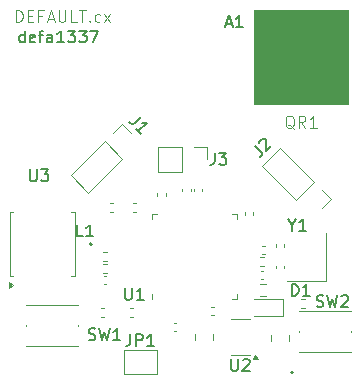
<source format=gbr>
%TF.GenerationSoftware,KiCad,Pcbnew,8.0.5*%
%TF.CreationDate,2024-10-28T11:27:34-07:00*%
%TF.ProjectId,card,63617264-2e6b-4696-9361-645f70636258,rev?*%
%TF.SameCoordinates,Original*%
%TF.FileFunction,Legend,Top*%
%TF.FilePolarity,Positive*%
%FSLAX46Y46*%
G04 Gerber Fmt 4.6, Leading zero omitted, Abs format (unit mm)*
G04 Created by KiCad (PCBNEW 8.0.5) date 2024-10-28 11:27:34*
%MOMM*%
%LPD*%
G01*
G04 APERTURE LIST*
%ADD10C,0.150000*%
%ADD11C,0.100000*%
%ADD12C,0.120000*%
%ADD13C,0.200000*%
%ADD14C,0.191421*%
G04 APERTURE END LIST*
D10*
X86592856Y-101754819D02*
X86592856Y-100754819D01*
X86592856Y-101707200D02*
X86497618Y-101754819D01*
X86497618Y-101754819D02*
X86307142Y-101754819D01*
X86307142Y-101754819D02*
X86211904Y-101707200D01*
X86211904Y-101707200D02*
X86164285Y-101659580D01*
X86164285Y-101659580D02*
X86116666Y-101564342D01*
X86116666Y-101564342D02*
X86116666Y-101278628D01*
X86116666Y-101278628D02*
X86164285Y-101183390D01*
X86164285Y-101183390D02*
X86211904Y-101135771D01*
X86211904Y-101135771D02*
X86307142Y-101088152D01*
X86307142Y-101088152D02*
X86497618Y-101088152D01*
X86497618Y-101088152D02*
X86592856Y-101135771D01*
X87449999Y-101707200D02*
X87354761Y-101754819D01*
X87354761Y-101754819D02*
X87164285Y-101754819D01*
X87164285Y-101754819D02*
X87069047Y-101707200D01*
X87069047Y-101707200D02*
X87021428Y-101611961D01*
X87021428Y-101611961D02*
X87021428Y-101231009D01*
X87021428Y-101231009D02*
X87069047Y-101135771D01*
X87069047Y-101135771D02*
X87164285Y-101088152D01*
X87164285Y-101088152D02*
X87354761Y-101088152D01*
X87354761Y-101088152D02*
X87449999Y-101135771D01*
X87449999Y-101135771D02*
X87497618Y-101231009D01*
X87497618Y-101231009D02*
X87497618Y-101326247D01*
X87497618Y-101326247D02*
X87021428Y-101421485D01*
X87783333Y-101088152D02*
X88164285Y-101088152D01*
X87926190Y-101754819D02*
X87926190Y-100897676D01*
X87926190Y-100897676D02*
X87973809Y-100802438D01*
X87973809Y-100802438D02*
X88069047Y-100754819D01*
X88069047Y-100754819D02*
X88164285Y-100754819D01*
X88926190Y-101754819D02*
X88926190Y-101231009D01*
X88926190Y-101231009D02*
X88878571Y-101135771D01*
X88878571Y-101135771D02*
X88783333Y-101088152D01*
X88783333Y-101088152D02*
X88592857Y-101088152D01*
X88592857Y-101088152D02*
X88497619Y-101135771D01*
X88926190Y-101707200D02*
X88830952Y-101754819D01*
X88830952Y-101754819D02*
X88592857Y-101754819D01*
X88592857Y-101754819D02*
X88497619Y-101707200D01*
X88497619Y-101707200D02*
X88450000Y-101611961D01*
X88450000Y-101611961D02*
X88450000Y-101516723D01*
X88450000Y-101516723D02*
X88497619Y-101421485D01*
X88497619Y-101421485D02*
X88592857Y-101373866D01*
X88592857Y-101373866D02*
X88830952Y-101373866D01*
X88830952Y-101373866D02*
X88926190Y-101326247D01*
X89926190Y-101754819D02*
X89354762Y-101754819D01*
X89640476Y-101754819D02*
X89640476Y-100754819D01*
X89640476Y-100754819D02*
X89545238Y-100897676D01*
X89545238Y-100897676D02*
X89450000Y-100992914D01*
X89450000Y-100992914D02*
X89354762Y-101040533D01*
X90259524Y-100754819D02*
X90878571Y-100754819D01*
X90878571Y-100754819D02*
X90545238Y-101135771D01*
X90545238Y-101135771D02*
X90688095Y-101135771D01*
X90688095Y-101135771D02*
X90783333Y-101183390D01*
X90783333Y-101183390D02*
X90830952Y-101231009D01*
X90830952Y-101231009D02*
X90878571Y-101326247D01*
X90878571Y-101326247D02*
X90878571Y-101564342D01*
X90878571Y-101564342D02*
X90830952Y-101659580D01*
X90830952Y-101659580D02*
X90783333Y-101707200D01*
X90783333Y-101707200D02*
X90688095Y-101754819D01*
X90688095Y-101754819D02*
X90402381Y-101754819D01*
X90402381Y-101754819D02*
X90307143Y-101707200D01*
X90307143Y-101707200D02*
X90259524Y-101659580D01*
X91211905Y-100754819D02*
X91830952Y-100754819D01*
X91830952Y-100754819D02*
X91497619Y-101135771D01*
X91497619Y-101135771D02*
X91640476Y-101135771D01*
X91640476Y-101135771D02*
X91735714Y-101183390D01*
X91735714Y-101183390D02*
X91783333Y-101231009D01*
X91783333Y-101231009D02*
X91830952Y-101326247D01*
X91830952Y-101326247D02*
X91830952Y-101564342D01*
X91830952Y-101564342D02*
X91783333Y-101659580D01*
X91783333Y-101659580D02*
X91735714Y-101707200D01*
X91735714Y-101707200D02*
X91640476Y-101754819D01*
X91640476Y-101754819D02*
X91354762Y-101754819D01*
X91354762Y-101754819D02*
X91259524Y-101707200D01*
X91259524Y-101707200D02*
X91211905Y-101659580D01*
X92164286Y-100754819D02*
X92830952Y-100754819D01*
X92830952Y-100754819D02*
X92402381Y-101754819D01*
X109211905Y-123204819D02*
X109211905Y-122204819D01*
X109211905Y-122204819D02*
X109450000Y-122204819D01*
X109450000Y-122204819D02*
X109592857Y-122252438D01*
X109592857Y-122252438D02*
X109688095Y-122347676D01*
X109688095Y-122347676D02*
X109735714Y-122442914D01*
X109735714Y-122442914D02*
X109783333Y-122633390D01*
X109783333Y-122633390D02*
X109783333Y-122776247D01*
X109783333Y-122776247D02*
X109735714Y-122966723D01*
X109735714Y-122966723D02*
X109688095Y-123061961D01*
X109688095Y-123061961D02*
X109592857Y-123157200D01*
X109592857Y-123157200D02*
X109450000Y-123204819D01*
X109450000Y-123204819D02*
X109211905Y-123204819D01*
X110735714Y-123204819D02*
X110164286Y-123204819D01*
X110450000Y-123204819D02*
X110450000Y-122204819D01*
X110450000Y-122204819D02*
X110354762Y-122347676D01*
X110354762Y-122347676D02*
X110259524Y-122442914D01*
X110259524Y-122442914D02*
X110164286Y-122490533D01*
X106078796Y-110500201D02*
X106583872Y-111005277D01*
X106583872Y-111005277D02*
X106651216Y-111139964D01*
X106651216Y-111139964D02*
X106651216Y-111274651D01*
X106651216Y-111274651D02*
X106583872Y-111409338D01*
X106583872Y-111409338D02*
X106516529Y-111476682D01*
X106449185Y-110264498D02*
X106449185Y-110197155D01*
X106449185Y-110197155D02*
X106482857Y-110096140D01*
X106482857Y-110096140D02*
X106651216Y-109927781D01*
X106651216Y-109927781D02*
X106752231Y-109894109D01*
X106752231Y-109894109D02*
X106819575Y-109894109D01*
X106819575Y-109894109D02*
X106920590Y-109927781D01*
X106920590Y-109927781D02*
X106987933Y-109995124D01*
X106987933Y-109995124D02*
X107055277Y-110129811D01*
X107055277Y-110129811D02*
X107055277Y-110937933D01*
X107055277Y-110937933D02*
X107493010Y-110500201D01*
X104075595Y-128554819D02*
X104075595Y-129364342D01*
X104075595Y-129364342D02*
X104123214Y-129459580D01*
X104123214Y-129459580D02*
X104170833Y-129507200D01*
X104170833Y-129507200D02*
X104266071Y-129554819D01*
X104266071Y-129554819D02*
X104456547Y-129554819D01*
X104456547Y-129554819D02*
X104551785Y-129507200D01*
X104551785Y-129507200D02*
X104599404Y-129459580D01*
X104599404Y-129459580D02*
X104647023Y-129364342D01*
X104647023Y-129364342D02*
X104647023Y-128554819D01*
X105075595Y-128650057D02*
X105123214Y-128602438D01*
X105123214Y-128602438D02*
X105218452Y-128554819D01*
X105218452Y-128554819D02*
X105456547Y-128554819D01*
X105456547Y-128554819D02*
X105551785Y-128602438D01*
X105551785Y-128602438D02*
X105599404Y-128650057D01*
X105599404Y-128650057D02*
X105647023Y-128745295D01*
X105647023Y-128745295D02*
X105647023Y-128840533D01*
X105647023Y-128840533D02*
X105599404Y-128983390D01*
X105599404Y-128983390D02*
X105027976Y-129554819D01*
X105027976Y-129554819D02*
X105647023Y-129554819D01*
X109223809Y-117228628D02*
X109223809Y-117704819D01*
X108890476Y-116704819D02*
X109223809Y-117228628D01*
X109223809Y-117228628D02*
X109557142Y-116704819D01*
X110414285Y-117704819D02*
X109842857Y-117704819D01*
X110128571Y-117704819D02*
X110128571Y-116704819D01*
X110128571Y-116704819D02*
X110033333Y-116847676D01*
X110033333Y-116847676D02*
X109938095Y-116942914D01*
X109938095Y-116942914D02*
X109842857Y-116990533D01*
X102676666Y-111104819D02*
X102676666Y-111819104D01*
X102676666Y-111819104D02*
X102629047Y-111961961D01*
X102629047Y-111961961D02*
X102533809Y-112057200D01*
X102533809Y-112057200D02*
X102390952Y-112104819D01*
X102390952Y-112104819D02*
X102295714Y-112104819D01*
X103057619Y-111104819D02*
X103676666Y-111104819D01*
X103676666Y-111104819D02*
X103343333Y-111485771D01*
X103343333Y-111485771D02*
X103486190Y-111485771D01*
X103486190Y-111485771D02*
X103581428Y-111533390D01*
X103581428Y-111533390D02*
X103629047Y-111581009D01*
X103629047Y-111581009D02*
X103676666Y-111676247D01*
X103676666Y-111676247D02*
X103676666Y-111914342D01*
X103676666Y-111914342D02*
X103629047Y-112009580D01*
X103629047Y-112009580D02*
X103581428Y-112057200D01*
X103581428Y-112057200D02*
X103486190Y-112104819D01*
X103486190Y-112104819D02*
X103200476Y-112104819D01*
X103200476Y-112104819D02*
X103105238Y-112057200D01*
X103105238Y-112057200D02*
X103057619Y-112009580D01*
X103635714Y-100169104D02*
X104111904Y-100169104D01*
X103540476Y-100454819D02*
X103873809Y-99454819D01*
X103873809Y-99454819D02*
X104207142Y-100454819D01*
X105064285Y-100454819D02*
X104492857Y-100454819D01*
X104778571Y-100454819D02*
X104778571Y-99454819D01*
X104778571Y-99454819D02*
X104683333Y-99597676D01*
X104683333Y-99597676D02*
X104588095Y-99692914D01*
X104588095Y-99692914D02*
X104492857Y-99740533D01*
D11*
X85853884Y-100022419D02*
X85853884Y-99022419D01*
X85853884Y-99022419D02*
X86091979Y-99022419D01*
X86091979Y-99022419D02*
X86234836Y-99070038D01*
X86234836Y-99070038D02*
X86330074Y-99165276D01*
X86330074Y-99165276D02*
X86377693Y-99260514D01*
X86377693Y-99260514D02*
X86425312Y-99450990D01*
X86425312Y-99450990D02*
X86425312Y-99593847D01*
X86425312Y-99593847D02*
X86377693Y-99784323D01*
X86377693Y-99784323D02*
X86330074Y-99879561D01*
X86330074Y-99879561D02*
X86234836Y-99974800D01*
X86234836Y-99974800D02*
X86091979Y-100022419D01*
X86091979Y-100022419D02*
X85853884Y-100022419D01*
X86853884Y-99498609D02*
X87187217Y-99498609D01*
X87330074Y-100022419D02*
X86853884Y-100022419D01*
X86853884Y-100022419D02*
X86853884Y-99022419D01*
X86853884Y-99022419D02*
X87330074Y-99022419D01*
X88091979Y-99498609D02*
X87758646Y-99498609D01*
X87758646Y-100022419D02*
X87758646Y-99022419D01*
X87758646Y-99022419D02*
X88234836Y-99022419D01*
X88568170Y-99736704D02*
X89044360Y-99736704D01*
X88472932Y-100022419D02*
X88806265Y-99022419D01*
X88806265Y-99022419D02*
X89139598Y-100022419D01*
X89472932Y-99022419D02*
X89472932Y-99831942D01*
X89472932Y-99831942D02*
X89520551Y-99927180D01*
X89520551Y-99927180D02*
X89568170Y-99974800D01*
X89568170Y-99974800D02*
X89663408Y-100022419D01*
X89663408Y-100022419D02*
X89853884Y-100022419D01*
X89853884Y-100022419D02*
X89949122Y-99974800D01*
X89949122Y-99974800D02*
X89996741Y-99927180D01*
X89996741Y-99927180D02*
X90044360Y-99831942D01*
X90044360Y-99831942D02*
X90044360Y-99022419D01*
X90996741Y-100022419D02*
X90520551Y-100022419D01*
X90520551Y-100022419D02*
X90520551Y-99022419D01*
X91187218Y-99022419D02*
X91758646Y-99022419D01*
X91472932Y-100022419D02*
X91472932Y-99022419D01*
X92091980Y-99927180D02*
X92139599Y-99974800D01*
X92139599Y-99974800D02*
X92091980Y-100022419D01*
X92091980Y-100022419D02*
X92044361Y-99974800D01*
X92044361Y-99974800D02*
X92091980Y-99927180D01*
X92091980Y-99927180D02*
X92091980Y-100022419D01*
X92996741Y-99974800D02*
X92901503Y-100022419D01*
X92901503Y-100022419D02*
X92711027Y-100022419D01*
X92711027Y-100022419D02*
X92615789Y-99974800D01*
X92615789Y-99974800D02*
X92568170Y-99927180D01*
X92568170Y-99927180D02*
X92520551Y-99831942D01*
X92520551Y-99831942D02*
X92520551Y-99546228D01*
X92520551Y-99546228D02*
X92568170Y-99450990D01*
X92568170Y-99450990D02*
X92615789Y-99403371D01*
X92615789Y-99403371D02*
X92711027Y-99355752D01*
X92711027Y-99355752D02*
X92901503Y-99355752D01*
X92901503Y-99355752D02*
X92996741Y-99403371D01*
X93330075Y-100022419D02*
X93853884Y-99355752D01*
X93330075Y-99355752D02*
X93853884Y-100022419D01*
D10*
X95088095Y-122554819D02*
X95088095Y-123364342D01*
X95088095Y-123364342D02*
X95135714Y-123459580D01*
X95135714Y-123459580D02*
X95183333Y-123507200D01*
X95183333Y-123507200D02*
X95278571Y-123554819D01*
X95278571Y-123554819D02*
X95469047Y-123554819D01*
X95469047Y-123554819D02*
X95564285Y-123507200D01*
X95564285Y-123507200D02*
X95611904Y-123459580D01*
X95611904Y-123459580D02*
X95659523Y-123364342D01*
X95659523Y-123364342D02*
X95659523Y-122554819D01*
X96659523Y-123554819D02*
X96088095Y-123554819D01*
X96373809Y-123554819D02*
X96373809Y-122554819D01*
X96373809Y-122554819D02*
X96278571Y-122697676D01*
X96278571Y-122697676D02*
X96183333Y-122792914D01*
X96183333Y-122792914D02*
X96088095Y-122840533D01*
D11*
X109404761Y-109052657D02*
X109309523Y-109005038D01*
X109309523Y-109005038D02*
X109214285Y-108909800D01*
X109214285Y-108909800D02*
X109071428Y-108766942D01*
X109071428Y-108766942D02*
X108976190Y-108719323D01*
X108976190Y-108719323D02*
X108880952Y-108719323D01*
X108928571Y-108957419D02*
X108833333Y-108909800D01*
X108833333Y-108909800D02*
X108738095Y-108814561D01*
X108738095Y-108814561D02*
X108690476Y-108624085D01*
X108690476Y-108624085D02*
X108690476Y-108290752D01*
X108690476Y-108290752D02*
X108738095Y-108100276D01*
X108738095Y-108100276D02*
X108833333Y-108005038D01*
X108833333Y-108005038D02*
X108928571Y-107957419D01*
X108928571Y-107957419D02*
X109119047Y-107957419D01*
X109119047Y-107957419D02*
X109214285Y-108005038D01*
X109214285Y-108005038D02*
X109309523Y-108100276D01*
X109309523Y-108100276D02*
X109357142Y-108290752D01*
X109357142Y-108290752D02*
X109357142Y-108624085D01*
X109357142Y-108624085D02*
X109309523Y-108814561D01*
X109309523Y-108814561D02*
X109214285Y-108909800D01*
X109214285Y-108909800D02*
X109119047Y-108957419D01*
X109119047Y-108957419D02*
X108928571Y-108957419D01*
X110357142Y-108957419D02*
X110023809Y-108481228D01*
X109785714Y-108957419D02*
X109785714Y-107957419D01*
X109785714Y-107957419D02*
X110166666Y-107957419D01*
X110166666Y-107957419D02*
X110261904Y-108005038D01*
X110261904Y-108005038D02*
X110309523Y-108052657D01*
X110309523Y-108052657D02*
X110357142Y-108147895D01*
X110357142Y-108147895D02*
X110357142Y-108290752D01*
X110357142Y-108290752D02*
X110309523Y-108385990D01*
X110309523Y-108385990D02*
X110261904Y-108433609D01*
X110261904Y-108433609D02*
X110166666Y-108481228D01*
X110166666Y-108481228D02*
X109785714Y-108481228D01*
X111309523Y-108957419D02*
X110738095Y-108957419D01*
X111023809Y-108957419D02*
X111023809Y-107957419D01*
X111023809Y-107957419D02*
X110928571Y-108100276D01*
X110928571Y-108100276D02*
X110833333Y-108195514D01*
X110833333Y-108195514D02*
X110738095Y-108243133D01*
D10*
X111316667Y-124107200D02*
X111459524Y-124154819D01*
X111459524Y-124154819D02*
X111697619Y-124154819D01*
X111697619Y-124154819D02*
X111792857Y-124107200D01*
X111792857Y-124107200D02*
X111840476Y-124059580D01*
X111840476Y-124059580D02*
X111888095Y-123964342D01*
X111888095Y-123964342D02*
X111888095Y-123869104D01*
X111888095Y-123869104D02*
X111840476Y-123773866D01*
X111840476Y-123773866D02*
X111792857Y-123726247D01*
X111792857Y-123726247D02*
X111697619Y-123678628D01*
X111697619Y-123678628D02*
X111507143Y-123631009D01*
X111507143Y-123631009D02*
X111411905Y-123583390D01*
X111411905Y-123583390D02*
X111364286Y-123535771D01*
X111364286Y-123535771D02*
X111316667Y-123440533D01*
X111316667Y-123440533D02*
X111316667Y-123345295D01*
X111316667Y-123345295D02*
X111364286Y-123250057D01*
X111364286Y-123250057D02*
X111411905Y-123202438D01*
X111411905Y-123202438D02*
X111507143Y-123154819D01*
X111507143Y-123154819D02*
X111745238Y-123154819D01*
X111745238Y-123154819D02*
X111888095Y-123202438D01*
X112221429Y-123154819D02*
X112459524Y-124154819D01*
X112459524Y-124154819D02*
X112650000Y-123440533D01*
X112650000Y-123440533D02*
X112840476Y-124154819D01*
X112840476Y-124154819D02*
X113078572Y-123154819D01*
X113411905Y-123250057D02*
X113459524Y-123202438D01*
X113459524Y-123202438D02*
X113554762Y-123154819D01*
X113554762Y-123154819D02*
X113792857Y-123154819D01*
X113792857Y-123154819D02*
X113888095Y-123202438D01*
X113888095Y-123202438D02*
X113935714Y-123250057D01*
X113935714Y-123250057D02*
X113983333Y-123345295D01*
X113983333Y-123345295D02*
X113983333Y-123440533D01*
X113983333Y-123440533D02*
X113935714Y-123583390D01*
X113935714Y-123583390D02*
X113364286Y-124154819D01*
X113364286Y-124154819D02*
X113983333Y-124154819D01*
X95541666Y-126454819D02*
X95541666Y-127169104D01*
X95541666Y-127169104D02*
X95494047Y-127311961D01*
X95494047Y-127311961D02*
X95398809Y-127407200D01*
X95398809Y-127407200D02*
X95255952Y-127454819D01*
X95255952Y-127454819D02*
X95160714Y-127454819D01*
X96017857Y-127454819D02*
X96017857Y-126454819D01*
X96017857Y-126454819D02*
X96398809Y-126454819D01*
X96398809Y-126454819D02*
X96494047Y-126502438D01*
X96494047Y-126502438D02*
X96541666Y-126550057D01*
X96541666Y-126550057D02*
X96589285Y-126645295D01*
X96589285Y-126645295D02*
X96589285Y-126788152D01*
X96589285Y-126788152D02*
X96541666Y-126883390D01*
X96541666Y-126883390D02*
X96494047Y-126931009D01*
X96494047Y-126931009D02*
X96398809Y-126978628D01*
X96398809Y-126978628D02*
X96017857Y-126978628D01*
X97541666Y-127454819D02*
X96970238Y-127454819D01*
X97255952Y-127454819D02*
X97255952Y-126454819D01*
X97255952Y-126454819D02*
X97160714Y-126597676D01*
X97160714Y-126597676D02*
X97065476Y-126692914D01*
X97065476Y-126692914D02*
X96970238Y-126740533D01*
X87038095Y-112504819D02*
X87038095Y-113314342D01*
X87038095Y-113314342D02*
X87085714Y-113409580D01*
X87085714Y-113409580D02*
X87133333Y-113457200D01*
X87133333Y-113457200D02*
X87228571Y-113504819D01*
X87228571Y-113504819D02*
X87419047Y-113504819D01*
X87419047Y-113504819D02*
X87514285Y-113457200D01*
X87514285Y-113457200D02*
X87561904Y-113409580D01*
X87561904Y-113409580D02*
X87609523Y-113314342D01*
X87609523Y-113314342D02*
X87609523Y-112504819D01*
X87990476Y-112504819D02*
X88609523Y-112504819D01*
X88609523Y-112504819D02*
X88276190Y-112885771D01*
X88276190Y-112885771D02*
X88419047Y-112885771D01*
X88419047Y-112885771D02*
X88514285Y-112933390D01*
X88514285Y-112933390D02*
X88561904Y-112981009D01*
X88561904Y-112981009D02*
X88609523Y-113076247D01*
X88609523Y-113076247D02*
X88609523Y-113314342D01*
X88609523Y-113314342D02*
X88561904Y-113409580D01*
X88561904Y-113409580D02*
X88514285Y-113457200D01*
X88514285Y-113457200D02*
X88419047Y-113504819D01*
X88419047Y-113504819D02*
X88133333Y-113504819D01*
X88133333Y-113504819D02*
X88038095Y-113457200D01*
X88038095Y-113457200D02*
X87990476Y-113409580D01*
X92016667Y-126907200D02*
X92159524Y-126954819D01*
X92159524Y-126954819D02*
X92397619Y-126954819D01*
X92397619Y-126954819D02*
X92492857Y-126907200D01*
X92492857Y-126907200D02*
X92540476Y-126859580D01*
X92540476Y-126859580D02*
X92588095Y-126764342D01*
X92588095Y-126764342D02*
X92588095Y-126669104D01*
X92588095Y-126669104D02*
X92540476Y-126573866D01*
X92540476Y-126573866D02*
X92492857Y-126526247D01*
X92492857Y-126526247D02*
X92397619Y-126478628D01*
X92397619Y-126478628D02*
X92207143Y-126431009D01*
X92207143Y-126431009D02*
X92111905Y-126383390D01*
X92111905Y-126383390D02*
X92064286Y-126335771D01*
X92064286Y-126335771D02*
X92016667Y-126240533D01*
X92016667Y-126240533D02*
X92016667Y-126145295D01*
X92016667Y-126145295D02*
X92064286Y-126050057D01*
X92064286Y-126050057D02*
X92111905Y-126002438D01*
X92111905Y-126002438D02*
X92207143Y-125954819D01*
X92207143Y-125954819D02*
X92445238Y-125954819D01*
X92445238Y-125954819D02*
X92588095Y-126002438D01*
X92921429Y-125954819D02*
X93159524Y-126954819D01*
X93159524Y-126954819D02*
X93350000Y-126240533D01*
X93350000Y-126240533D02*
X93540476Y-126954819D01*
X93540476Y-126954819D02*
X93778572Y-125954819D01*
X94683333Y-126954819D02*
X94111905Y-126954819D01*
X94397619Y-126954819D02*
X94397619Y-125954819D01*
X94397619Y-125954819D02*
X94302381Y-126097676D01*
X94302381Y-126097676D02*
X94207143Y-126192914D01*
X94207143Y-126192914D02*
X94111905Y-126240533D01*
X91533333Y-118179819D02*
X91057143Y-118179819D01*
X91057143Y-118179819D02*
X91057143Y-117179819D01*
X92390476Y-118179819D02*
X91819048Y-118179819D01*
X92104762Y-118179819D02*
X92104762Y-117179819D01*
X92104762Y-117179819D02*
X92009524Y-117322676D01*
X92009524Y-117322676D02*
X91914286Y-117417914D01*
X91914286Y-117417914D02*
X91819048Y-117465533D01*
X96420652Y-108057942D02*
X95915576Y-108563018D01*
X95915576Y-108563018D02*
X95780889Y-108630362D01*
X95780889Y-108630362D02*
X95646202Y-108630362D01*
X95646202Y-108630362D02*
X95511515Y-108563018D01*
X95511515Y-108563018D02*
X95444171Y-108495675D01*
X96420652Y-109472156D02*
X96016591Y-109068095D01*
X96218622Y-109270125D02*
X96925729Y-108563018D01*
X96925729Y-108563018D02*
X96757370Y-108596690D01*
X96757370Y-108596690D02*
X96622683Y-108596690D01*
X96622683Y-108596690D02*
X96521668Y-108563018D01*
D12*
%TO.C,R3*%
X93806359Y-115345000D02*
X94113641Y-115345000D01*
X93806359Y-116105000D02*
X94113641Y-116105000D01*
%TO.C,C4*%
X93497836Y-121520000D02*
X93282164Y-121520000D01*
X93497836Y-122240000D02*
X93282164Y-122240000D01*
%TO.C,C11*%
X101040000Y-126438748D02*
X101040000Y-126961252D01*
X102510000Y-126438748D02*
X102510000Y-126961252D01*
%TO.C,C1*%
X99437836Y-125490000D02*
X99222164Y-125490000D01*
X99437836Y-126210000D02*
X99222164Y-126210000D01*
%TO.C,D1*%
X106000000Y-124935000D02*
X108460000Y-124935000D01*
X108460000Y-123465000D02*
X106000000Y-123465000D01*
X108460000Y-124935000D02*
X108460000Y-123465000D01*
%TO.C,C6*%
X102392164Y-124140000D02*
X102607836Y-124140000D01*
X102392164Y-124860000D02*
X102607836Y-124860000D01*
%TO.C,J2*%
X108185787Y-110686720D02*
X106686720Y-112185787D01*
X109557574Y-115056640D02*
X106686720Y-112185787D01*
X111056640Y-113557574D02*
X108185787Y-110686720D01*
X111056640Y-113557574D02*
X109557574Y-115056640D01*
X111763747Y-114264681D02*
X112513280Y-115014214D01*
X112513280Y-115014214D02*
X111763747Y-115763747D01*
%TO.C,U2*%
X104837500Y-125140000D02*
X104037500Y-125140000D01*
X104837500Y-125140000D02*
X105637500Y-125140000D01*
X104837500Y-128260000D02*
X104037500Y-128260000D01*
X104837500Y-128260000D02*
X105637500Y-128260000D01*
X106377500Y-128540000D02*
X105897500Y-128540000D01*
X106137500Y-128210000D01*
X106377500Y-128540000D01*
G36*
X106377500Y-128540000D02*
G01*
X105897500Y-128540000D01*
X106137500Y-128210000D01*
X106377500Y-128540000D01*
G37*
%TO.C,C5*%
X95757836Y-124240000D02*
X95542164Y-124240000D01*
X95757836Y-124960000D02*
X95542164Y-124960000D01*
%TO.C,C12*%
X107465000Y-126488748D02*
X107465000Y-127011252D01*
X108935000Y-126488748D02*
X108935000Y-127011252D01*
%TO.C,C13*%
X107840000Y-120672164D02*
X107840000Y-120887836D01*
X108560000Y-120672164D02*
X108560000Y-120887836D01*
%TO.C,Y1*%
X108800000Y-121925000D02*
X112100000Y-121925000D01*
X112100000Y-121925000D02*
X112100000Y-117925000D01*
%TO.C,C3*%
X99920000Y-114367836D02*
X99920000Y-114152164D01*
X100640000Y-114367836D02*
X100640000Y-114152164D01*
%TO.C,R4*%
X93046359Y-124220000D02*
X93353641Y-124220000D01*
X93046359Y-124980000D02*
X93353641Y-124980000D01*
%TO.C,J3*%
X97890000Y-110590000D02*
X97890000Y-112710000D01*
X99950000Y-110590000D02*
X97890000Y-110590000D01*
X99950000Y-110590000D02*
X99950000Y-112710000D01*
X99950000Y-112710000D02*
X97890000Y-112710000D01*
X100950000Y-110590000D02*
X102010000Y-110590000D01*
X102010000Y-110590000D02*
X102010000Y-111650000D01*
D13*
%TO.C,A1*%
X109350000Y-129700000D02*
G75*
G02*
X109150000Y-129700000I-100000J0D01*
G01*
X109150000Y-129700000D02*
G75*
G02*
X109350000Y-129700000I100000J0D01*
G01*
D12*
%TO.C,R6*%
X93246359Y-119495000D02*
X93553641Y-119495000D01*
X93246359Y-120255000D02*
X93553641Y-120255000D01*
%TO.C,R7*%
X93236359Y-120520000D02*
X93543641Y-120520000D01*
X93236359Y-121280000D02*
X93543641Y-121280000D01*
%TO.C,U1*%
X97390000Y-116290000D02*
X97840000Y-116290000D01*
X97390000Y-116740000D02*
X97390000Y-116290000D01*
X97390000Y-123060000D02*
X97390000Y-123510000D01*
X104610000Y-116290000D02*
X104160000Y-116290000D01*
X104610000Y-116740000D02*
X104610000Y-116290000D01*
X104610000Y-123060000D02*
X104610000Y-123510000D01*
X104610000Y-123510000D02*
X104160000Y-123510000D01*
%TO.C,QR1*%
D11*
X106000000Y-99000000D02*
X114000000Y-99000000D01*
X114000000Y-107000000D01*
X106000000Y-107000000D01*
X106000000Y-99000000D01*
G36*
X106000000Y-99000000D02*
G01*
X114000000Y-99000000D01*
X114000000Y-107000000D01*
X106000000Y-107000000D01*
X106000000Y-99000000D01*
G37*
D12*
%TO.C,C8*%
X100920000Y-114367836D02*
X100920000Y-114152164D01*
X101640000Y-114367836D02*
X101640000Y-114152164D01*
%TO.C,C17*%
X95772164Y-115365000D02*
X95987836Y-115365000D01*
X95772164Y-116085000D02*
X95987836Y-116085000D01*
%TO.C,C9*%
X105240000Y-116352836D02*
X105240000Y-116137164D01*
X105960000Y-116352836D02*
X105960000Y-116137164D01*
%TO.C,C14*%
X107840000Y-119052836D02*
X107840000Y-118837164D01*
X108560000Y-119052836D02*
X108560000Y-118837164D01*
%TO.C,R5*%
X109996359Y-123470000D02*
X110303641Y-123470000D01*
X109996359Y-124230000D02*
X110303641Y-124230000D01*
%TO.C,SW2*%
X109860000Y-126200000D02*
X109860000Y-126300000D01*
X109860000Y-128000000D02*
X114260000Y-128000000D01*
X114260000Y-124500000D02*
X109860000Y-124500000D01*
X114260000Y-126200000D02*
X114260000Y-126300000D01*
%TO.C,C10*%
X106592164Y-121090000D02*
X106807836Y-121090000D01*
X106592164Y-121810000D02*
X106807836Y-121810000D01*
%TO.C,R1*%
X106545276Y-122177500D02*
X107054724Y-122177500D01*
X106545276Y-123222500D02*
X107054724Y-123222500D01*
%TO.C,C2*%
X106692164Y-118965000D02*
X106907836Y-118965000D01*
X106692164Y-119685000D02*
X106907836Y-119685000D01*
%TO.C,JP1*%
X94975000Y-127800000D02*
X97775000Y-127800000D01*
X94975000Y-129800000D02*
X94975000Y-127800000D01*
X97775000Y-127800000D02*
X97775000Y-129800000D01*
X97775000Y-129800000D02*
X94975000Y-129800000D01*
%TO.C,R2*%
X106853641Y-119920000D02*
X106546359Y-119920000D01*
X106853641Y-120680000D02*
X106546359Y-120680000D01*
%TO.C,C7*%
X97840000Y-114752836D02*
X97840000Y-114537164D01*
X98560000Y-114752836D02*
X98560000Y-114537164D01*
%TO.C,U3*%
X85365000Y-116085000D02*
X85625000Y-116085000D01*
X85365000Y-118810000D02*
X85365000Y-116085000D01*
X85365000Y-118810000D02*
X85365000Y-121535000D01*
X85365000Y-121535000D02*
X85625000Y-121535000D01*
X90815000Y-116085000D02*
X90555000Y-116085000D01*
X90815000Y-118810000D02*
X90815000Y-116085000D01*
X90815000Y-118810000D02*
X90815000Y-121535000D01*
X90815000Y-121535000D02*
X90555000Y-121535000D01*
X85625000Y-122317500D02*
X85295000Y-122557500D01*
X85295000Y-122077500D01*
X85625000Y-122317500D01*
G36*
X85625000Y-122317500D02*
G01*
X85295000Y-122557500D01*
X85295000Y-122077500D01*
X85625000Y-122317500D01*
G37*
%TO.C,SW1*%
X86675000Y-125675000D02*
X86675000Y-125775000D01*
X86675000Y-127475000D02*
X91075000Y-127475000D01*
X91075000Y-123975000D02*
X86675000Y-123975000D01*
X91075000Y-125675000D02*
X91075000Y-125775000D01*
%TO.C,L1*%
D14*
X92295710Y-118825000D02*
G75*
G02*
X92104290Y-118825000I-95710J0D01*
G01*
X92104290Y-118825000D02*
G75*
G02*
X92295710Y-118825000I95710J0D01*
G01*
D12*
%TO.C,J1*%
X90486720Y-112964213D02*
X91985787Y-114463280D01*
X93357574Y-110093360D02*
X90486720Y-112964213D01*
X93357574Y-110093360D02*
X94856640Y-111592426D01*
X94064681Y-109386253D02*
X94814214Y-108636720D01*
X94814214Y-108636720D02*
X95563747Y-109386253D01*
X94856640Y-111592426D02*
X91985787Y-114463280D01*
%TD*%
M02*

</source>
